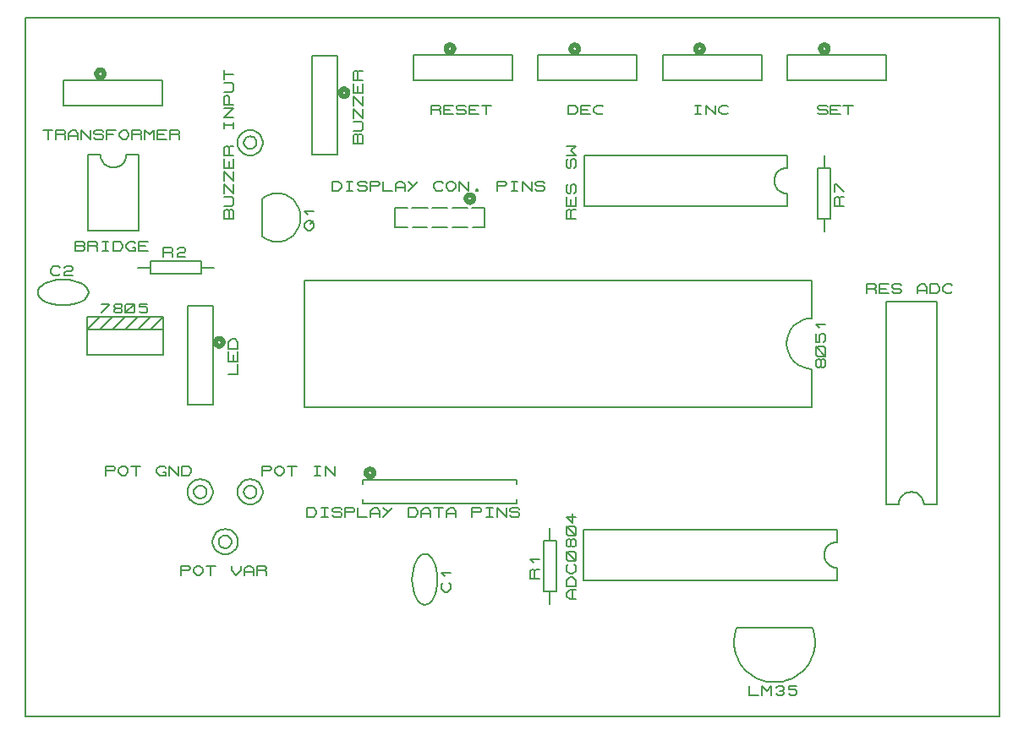
<source format=gbr>
G04 PROTEUS GERBER X2 FILE*
%TF.GenerationSoftware,Labcenter,Proteus,8.12-SP0-Build30713*%
%TF.CreationDate,2021-06-08T09:13:02+00:00*%
%TF.FileFunction,Legend,Top*%
%TF.FilePolarity,Positive*%
%TF.Part,Single*%
%TF.SameCoordinates,{86e273a1-3906-477b-930b-e3e2f8447d5b}*%
%FSLAX45Y45*%
%MOMM*%
G01*
%TA.AperFunction,Material*%
%ADD70C,0.508000*%
%ADD71C,0.152400*%
%ADD20C,0.203200*%
%TA.AperFunction,Profile*%
%ADD19C,0.203200*%
%TD.AperFunction*%
D70*
X-13211900Y+10190500D02*
X-13212031Y+10193658D01*
X-13213097Y+10199976D01*
X-13215328Y+10206294D01*
X-13218973Y+10212612D01*
X-13224548Y+10218851D01*
X-13230866Y+10223447D01*
X-13237184Y+10226380D01*
X-13243502Y+10228042D01*
X-13249820Y+10228600D01*
X-13250000Y+10228600D01*
X-13288100Y+10190500D02*
X-13287969Y+10193658D01*
X-13286903Y+10199976D01*
X-13284672Y+10206294D01*
X-13281027Y+10212612D01*
X-13275452Y+10218851D01*
X-13269134Y+10223447D01*
X-13262816Y+10226380D01*
X-13256498Y+10228042D01*
X-13250180Y+10228600D01*
X-13250000Y+10228600D01*
X-13288100Y+10190500D02*
X-13287969Y+10187342D01*
X-13286903Y+10181024D01*
X-13284672Y+10174706D01*
X-13281027Y+10168388D01*
X-13275452Y+10162149D01*
X-13269134Y+10157553D01*
X-13262816Y+10154620D01*
X-13256498Y+10152958D01*
X-13250180Y+10152400D01*
X-13250000Y+10152400D01*
X-13211900Y+10190500D02*
X-13212031Y+10187342D01*
X-13213097Y+10181024D01*
X-13215328Y+10174706D01*
X-13218973Y+10168388D01*
X-13224548Y+10162149D01*
X-13230866Y+10157553D01*
X-13237184Y+10154620D01*
X-13243502Y+10152958D01*
X-13249820Y+10152400D01*
X-13250000Y+10152400D01*
D71*
X-13618300Y+9873000D02*
X-12627700Y+9873000D01*
X-12627700Y+10127000D01*
X-13618300Y+10127000D01*
X-13618300Y+9873000D01*
D20*
X-13821500Y+9625920D02*
X-13726250Y+9625920D01*
X-13773875Y+9625920D02*
X-13773875Y+9534480D01*
X-13694500Y+9534480D02*
X-13694500Y+9625920D01*
X-13615125Y+9625920D01*
X-13599250Y+9610680D01*
X-13599250Y+9595440D01*
X-13615125Y+9580200D01*
X-13694500Y+9580200D01*
X-13615125Y+9580200D02*
X-13599250Y+9564960D01*
X-13599250Y+9534480D01*
X-13567500Y+9534480D02*
X-13567500Y+9595440D01*
X-13535750Y+9625920D01*
X-13504000Y+9625920D01*
X-13472250Y+9595440D01*
X-13472250Y+9534480D01*
X-13567500Y+9564960D02*
X-13472250Y+9564960D01*
X-13440500Y+9534480D02*
X-13440500Y+9625920D01*
X-13345250Y+9534480D01*
X-13345250Y+9625920D01*
X-13313500Y+9549720D02*
X-13297625Y+9534480D01*
X-13234125Y+9534480D01*
X-13218250Y+9549720D01*
X-13218250Y+9564960D01*
X-13234125Y+9580200D01*
X-13297625Y+9580200D01*
X-13313500Y+9595440D01*
X-13313500Y+9610680D01*
X-13297625Y+9625920D01*
X-13234125Y+9625920D01*
X-13218250Y+9610680D01*
X-13186500Y+9534480D02*
X-13186500Y+9625920D01*
X-13091250Y+9625920D01*
X-13186500Y+9580200D02*
X-13123000Y+9580200D01*
X-13059500Y+9595440D02*
X-13027750Y+9625920D01*
X-12996000Y+9625920D01*
X-12964250Y+9595440D01*
X-12964250Y+9564960D01*
X-12996000Y+9534480D01*
X-13027750Y+9534480D01*
X-13059500Y+9564960D01*
X-13059500Y+9595440D01*
X-12932500Y+9534480D02*
X-12932500Y+9625920D01*
X-12853125Y+9625920D01*
X-12837250Y+9610680D01*
X-12837250Y+9595440D01*
X-12853125Y+9580200D01*
X-12932500Y+9580200D01*
X-12853125Y+9580200D02*
X-12837250Y+9564960D01*
X-12837250Y+9534480D01*
X-12805500Y+9534480D02*
X-12805500Y+9625920D01*
X-12757875Y+9580200D01*
X-12710250Y+9625920D01*
X-12710250Y+9534480D01*
X-12583250Y+9534480D02*
X-12678500Y+9534480D01*
X-12678500Y+9625920D01*
X-12583250Y+9625920D01*
X-12678500Y+9580200D02*
X-12615000Y+9580200D01*
X-12551500Y+9534480D02*
X-12551500Y+9625920D01*
X-12472125Y+9625920D01*
X-12456250Y+9610680D01*
X-12456250Y+9595440D01*
X-12472125Y+9580200D01*
X-12551500Y+9580200D01*
X-12472125Y+9580200D02*
X-12456250Y+9564960D01*
X-12456250Y+9534480D01*
D19*
X-14000000Y+3750000D02*
X-4250000Y+3750000D01*
X-4250000Y+10750000D01*
X-14000000Y+10750000D01*
X-14000000Y+3750000D01*
D20*
X-13373000Y+9377000D02*
X-13246000Y+9377000D01*
X-13119000Y+9250000D02*
X-13093124Y+9252436D01*
X-13069152Y+9259485D01*
X-13047562Y+9270762D01*
X-13028830Y+9285878D01*
X-13013431Y+9304446D01*
X-13001842Y+9326081D01*
X-12994540Y+9350394D01*
X-12992000Y+9377000D01*
X-13119000Y+9250000D02*
X-13145606Y+9252436D01*
X-13169919Y+9259485D01*
X-13191554Y+9270762D01*
X-13210122Y+9285878D01*
X-13225238Y+9304446D01*
X-13236515Y+9326081D01*
X-13243564Y+9350394D01*
X-13246000Y+9377000D01*
X-12992000Y+9377000D02*
X-12865000Y+9377000D01*
X-13373000Y+8615000D02*
X-12865000Y+8615000D01*
X-13373000Y+9377000D02*
X-13373000Y+8615000D01*
X-12865000Y+9377000D02*
X-12865000Y+8615000D01*
X-13500000Y+8417640D02*
X-13500000Y+8509080D01*
X-13420625Y+8509080D01*
X-13404750Y+8493840D01*
X-13404750Y+8478600D01*
X-13420625Y+8463360D01*
X-13404750Y+8448120D01*
X-13404750Y+8432880D01*
X-13420625Y+8417640D01*
X-13500000Y+8417640D01*
X-13500000Y+8463360D02*
X-13420625Y+8463360D01*
X-13373000Y+8417640D02*
X-13373000Y+8509080D01*
X-13293625Y+8509080D01*
X-13277750Y+8493840D01*
X-13277750Y+8478600D01*
X-13293625Y+8463360D01*
X-13373000Y+8463360D01*
X-13293625Y+8463360D02*
X-13277750Y+8448120D01*
X-13277750Y+8417640D01*
X-13230125Y+8509080D02*
X-13166625Y+8509080D01*
X-13198375Y+8509080D02*
X-13198375Y+8417640D01*
X-13230125Y+8417640D02*
X-13166625Y+8417640D01*
X-13119000Y+8417640D02*
X-13119000Y+8509080D01*
X-13055500Y+8509080D01*
X-13023750Y+8478600D01*
X-13023750Y+8448120D01*
X-13055500Y+8417640D01*
X-13119000Y+8417640D01*
X-12928500Y+8448120D02*
X-12896750Y+8448120D01*
X-12896750Y+8417640D01*
X-12960250Y+8417640D01*
X-12992000Y+8448120D01*
X-12992000Y+8478600D01*
X-12960250Y+8509080D01*
X-12912625Y+8509080D01*
X-12896750Y+8493840D01*
X-12769750Y+8417640D02*
X-12865000Y+8417640D01*
X-12865000Y+8509080D01*
X-12769750Y+8509080D01*
X-12865000Y+8463360D02*
X-12801500Y+8463360D01*
X-13877000Y+8000000D02*
X-13871920Y+8025876D01*
X-13857315Y+8049848D01*
X-13834138Y+8071438D01*
X-13803340Y+8090170D01*
X-13765875Y+8105569D01*
X-13722695Y+8117158D01*
X-13674752Y+8124460D01*
X-13623000Y+8127000D01*
X-13369000Y+8000000D02*
X-13374080Y+8025876D01*
X-13388685Y+8049848D01*
X-13411862Y+8071438D01*
X-13442660Y+8090170D01*
X-13480125Y+8105569D01*
X-13523305Y+8117158D01*
X-13571248Y+8124460D01*
X-13623000Y+8127000D01*
X-13877000Y+8000000D02*
X-13871920Y+7974124D01*
X-13857315Y+7950152D01*
X-13834138Y+7928562D01*
X-13803340Y+7909830D01*
X-13765875Y+7894431D01*
X-13722695Y+7882842D01*
X-13674752Y+7875540D01*
X-13623000Y+7873000D01*
X-13369000Y+8000000D02*
X-13374080Y+7974124D01*
X-13388685Y+7950152D01*
X-13411862Y+7928562D01*
X-13442660Y+7909830D01*
X-13480125Y+7894431D01*
X-13523305Y+7882842D01*
X-13571248Y+7875540D01*
X-13623000Y+7873000D01*
X-13654750Y+8182880D02*
X-13670625Y+8167640D01*
X-13718250Y+8167640D01*
X-13750000Y+8198120D01*
X-13750000Y+8228600D01*
X-13718250Y+8259080D01*
X-13670625Y+8259080D01*
X-13654750Y+8243840D01*
X-13607125Y+8243840D02*
X-13591250Y+8259080D01*
X-13543625Y+8259080D01*
X-13527750Y+8243840D01*
X-13527750Y+8228600D01*
X-13543625Y+8213360D01*
X-13591250Y+8213360D01*
X-13607125Y+8198120D01*
X-13607125Y+8167640D01*
X-13527750Y+8167640D01*
X-13381000Y+7373000D02*
X-12619000Y+7373000D01*
X-12619000Y+7627000D01*
X-13381000Y+7627000D01*
X-13381000Y+7373000D01*
X-13381000Y+7627000D02*
X-13381000Y+7754000D01*
X-12619000Y+7754000D01*
X-12619000Y+7627000D01*
X-13381000Y+7627000D02*
X-13254000Y+7754000D01*
X-13254000Y+7627000D02*
X-13127000Y+7754000D01*
X-13127000Y+7627000D02*
X-13000000Y+7754000D01*
X-13000000Y+7627000D02*
X-12873000Y+7754000D01*
X-12873000Y+7627000D02*
X-12746000Y+7754000D01*
X-12746000Y+7627000D02*
X-12619000Y+7754000D01*
X-13238125Y+7886080D02*
X-13158750Y+7886080D01*
X-13158750Y+7870840D01*
X-13238125Y+7794640D01*
X-13095250Y+7840360D02*
X-13111125Y+7855600D01*
X-13111125Y+7870840D01*
X-13095250Y+7886080D01*
X-13047625Y+7886080D01*
X-13031750Y+7870840D01*
X-13031750Y+7855600D01*
X-13047625Y+7840360D01*
X-13095250Y+7840360D01*
X-13111125Y+7825120D01*
X-13111125Y+7809880D01*
X-13095250Y+7794640D01*
X-13047625Y+7794640D01*
X-13031750Y+7809880D01*
X-13031750Y+7825120D01*
X-13047625Y+7840360D01*
X-13000000Y+7809880D02*
X-13000000Y+7870840D01*
X-12984125Y+7886080D01*
X-12920625Y+7886080D01*
X-12904750Y+7870840D01*
X-12904750Y+7809880D01*
X-12920625Y+7794640D01*
X-12984125Y+7794640D01*
X-13000000Y+7809880D01*
X-13000000Y+7794640D02*
X-12904750Y+7886080D01*
X-12777750Y+7886080D02*
X-12857125Y+7886080D01*
X-12857125Y+7855600D01*
X-12793625Y+7855600D01*
X-12777750Y+7840360D01*
X-12777750Y+7809880D01*
X-12793625Y+7794640D01*
X-12841250Y+7794640D01*
X-12857125Y+7809880D01*
X-12873000Y+8250000D02*
X-12746000Y+8250000D01*
X-12746000Y+8186500D02*
X-12238000Y+8186500D01*
X-12238000Y+8313500D01*
X-12746000Y+8313500D01*
X-12746000Y+8186500D01*
X-12238000Y+8250000D02*
X-12111000Y+8250000D01*
X-12619000Y+8354140D02*
X-12619000Y+8445580D01*
X-12539625Y+8445580D01*
X-12523750Y+8430340D01*
X-12523750Y+8415100D01*
X-12539625Y+8399860D01*
X-12619000Y+8399860D01*
X-12539625Y+8399860D02*
X-12523750Y+8384620D01*
X-12523750Y+8354140D01*
X-12476125Y+8430340D02*
X-12460250Y+8445580D01*
X-12412625Y+8445580D01*
X-12396750Y+8430340D01*
X-12396750Y+8415100D01*
X-12412625Y+8399860D01*
X-12460250Y+8399860D01*
X-12476125Y+8384620D01*
X-12476125Y+8354140D01*
X-12396750Y+8354140D01*
D70*
X-12021400Y+7500000D02*
X-12021531Y+7503158D01*
X-12022597Y+7509476D01*
X-12024828Y+7515794D01*
X-12028473Y+7522112D01*
X-12034048Y+7528351D01*
X-12040366Y+7532947D01*
X-12046684Y+7535880D01*
X-12053002Y+7537542D01*
X-12059320Y+7538100D01*
X-12059500Y+7538100D01*
X-12097600Y+7500000D02*
X-12097469Y+7503158D01*
X-12096403Y+7509476D01*
X-12094172Y+7515794D01*
X-12090527Y+7522112D01*
X-12084952Y+7528351D01*
X-12078634Y+7532947D01*
X-12072316Y+7535880D01*
X-12065998Y+7537542D01*
X-12059680Y+7538100D01*
X-12059500Y+7538100D01*
X-12097600Y+7500000D02*
X-12097469Y+7496842D01*
X-12096403Y+7490524D01*
X-12094172Y+7484206D01*
X-12090527Y+7477888D01*
X-12084952Y+7471649D01*
X-12078634Y+7467053D01*
X-12072316Y+7464120D01*
X-12065998Y+7462458D01*
X-12059680Y+7461900D01*
X-12059500Y+7461900D01*
X-12021400Y+7500000D02*
X-12021531Y+7496842D01*
X-12022597Y+7490524D01*
X-12024828Y+7484206D01*
X-12028473Y+7477888D01*
X-12034048Y+7471649D01*
X-12040366Y+7467053D01*
X-12046684Y+7464120D01*
X-12053002Y+7462458D01*
X-12059320Y+7461900D01*
X-12059500Y+7461900D01*
D71*
X-12377000Y+7868300D02*
X-12377000Y+6877700D01*
X-12123000Y+6877700D01*
X-12123000Y+7868300D01*
X-12377000Y+7868300D01*
D20*
X-11965520Y+7182500D02*
X-11874080Y+7182500D01*
X-11874080Y+7277750D01*
X-11874080Y+7404750D02*
X-11874080Y+7309500D01*
X-11965520Y+7309500D01*
X-11965520Y+7404750D01*
X-11919800Y+7309500D02*
X-11919800Y+7373000D01*
X-11874080Y+7436500D02*
X-11965520Y+7436500D01*
X-11965520Y+7500000D01*
X-11935040Y+7531750D01*
X-11904560Y+7531750D01*
X-11874080Y+7500000D01*
X-11874080Y+7436500D01*
X-6377000Y+7488000D02*
X-6371920Y+7436248D01*
X-6357315Y+7388305D01*
X-6334138Y+7345125D01*
X-6303340Y+7307660D01*
X-6265875Y+7276862D01*
X-6222695Y+7253685D01*
X-6174752Y+7239080D01*
X-6123000Y+7234000D01*
X-6377000Y+7488000D02*
X-6371920Y+7540482D01*
X-6357315Y+7588767D01*
X-6334138Y+7631991D01*
X-6303340Y+7669292D01*
X-6265875Y+7699807D01*
X-6222695Y+7722672D01*
X-6174752Y+7737024D01*
X-6123000Y+7742000D01*
X-6123000Y+7234000D02*
X-6123000Y+6853000D01*
X-11203000Y+6853000D02*
X-11203000Y+8123000D01*
X-6123000Y+8123000D02*
X-6123000Y+7742000D01*
X-6123000Y+6853000D02*
X-11203000Y+6853000D01*
X-6123000Y+8123000D02*
X-11203000Y+8123000D01*
X-6036640Y+7265750D02*
X-6051880Y+7249875D01*
X-6067120Y+7249875D01*
X-6082360Y+7265750D01*
X-6082360Y+7313375D01*
X-6067120Y+7329250D01*
X-6051880Y+7329250D01*
X-6036640Y+7313375D01*
X-6036640Y+7265750D01*
X-6021400Y+7249875D01*
X-6006160Y+7249875D01*
X-5990920Y+7265750D01*
X-5990920Y+7313375D01*
X-6006160Y+7329250D01*
X-6021400Y+7329250D01*
X-6036640Y+7313375D01*
X-6006160Y+7361000D02*
X-6067120Y+7361000D01*
X-6082360Y+7376875D01*
X-6082360Y+7440375D01*
X-6067120Y+7456250D01*
X-6006160Y+7456250D01*
X-5990920Y+7440375D01*
X-5990920Y+7376875D01*
X-6006160Y+7361000D01*
X-5990920Y+7361000D02*
X-6082360Y+7456250D01*
X-6082360Y+7583250D02*
X-6082360Y+7503875D01*
X-6051880Y+7503875D01*
X-6051880Y+7567375D01*
X-6036640Y+7583250D01*
X-6006160Y+7583250D01*
X-5990920Y+7567375D01*
X-5990920Y+7519750D01*
X-6006160Y+7503875D01*
X-6051880Y+7646750D02*
X-6082360Y+7678500D01*
X-5990920Y+7678500D01*
X-11627000Y+8940500D02*
X-11627000Y+8559500D01*
X-11500000Y+8991300D02*
X-11523688Y+8989117D01*
X-11546633Y+8983362D01*
X-11587312Y+8965900D01*
X-11627000Y+8940500D01*
X-11500000Y+8991300D02*
X-11448065Y+8990438D01*
X-11400037Y+8979046D01*
X-11356846Y+8958204D01*
X-11319422Y+8928991D01*
X-11288695Y+8892484D01*
X-11265596Y+8849764D01*
X-11251054Y+8801910D01*
X-11246000Y+8750000D01*
X-11500000Y+8508700D02*
X-11523688Y+8510883D01*
X-11546633Y+8516638D01*
X-11587312Y+8534100D01*
X-11627000Y+8559500D01*
X-11500000Y+8508700D02*
X-11448065Y+8509562D01*
X-11400037Y+8520954D01*
X-11356846Y+8541796D01*
X-11319422Y+8571009D01*
X-11288695Y+8607516D01*
X-11265596Y+8650236D01*
X-11251054Y+8698090D01*
X-11246000Y+8750000D01*
X-11174880Y+8623000D02*
X-11205360Y+8654750D01*
X-11205360Y+8686500D01*
X-11174880Y+8718250D01*
X-11144400Y+8718250D01*
X-11113920Y+8686500D01*
X-11113920Y+8654750D01*
X-11144400Y+8623000D01*
X-11174880Y+8623000D01*
X-11144400Y+8686500D02*
X-11113920Y+8718250D01*
X-11174880Y+8781750D02*
X-11205360Y+8813500D01*
X-11113920Y+8813500D01*
D70*
X-10771400Y+10000000D02*
X-10771531Y+10003158D01*
X-10772597Y+10009476D01*
X-10774828Y+10015794D01*
X-10778473Y+10022112D01*
X-10784048Y+10028351D01*
X-10790366Y+10032947D01*
X-10796684Y+10035880D01*
X-10803002Y+10037542D01*
X-10809320Y+10038100D01*
X-10809500Y+10038100D01*
X-10847600Y+10000000D02*
X-10847469Y+10003158D01*
X-10846403Y+10009476D01*
X-10844172Y+10015794D01*
X-10840527Y+10022112D01*
X-10834952Y+10028351D01*
X-10828634Y+10032947D01*
X-10822316Y+10035880D01*
X-10815998Y+10037542D01*
X-10809680Y+10038100D01*
X-10809500Y+10038100D01*
X-10847600Y+10000000D02*
X-10847469Y+9996842D01*
X-10846403Y+9990524D01*
X-10844172Y+9984206D01*
X-10840527Y+9977888D01*
X-10834952Y+9971649D01*
X-10828634Y+9967053D01*
X-10822316Y+9964120D01*
X-10815998Y+9962458D01*
X-10809680Y+9961900D01*
X-10809500Y+9961900D01*
X-10771400Y+10000000D02*
X-10771531Y+9996842D01*
X-10772597Y+9990524D01*
X-10774828Y+9984206D01*
X-10778473Y+9977888D01*
X-10784048Y+9971649D01*
X-10790366Y+9967053D01*
X-10796684Y+9964120D01*
X-10803002Y+9962458D01*
X-10809320Y+9961900D01*
X-10809500Y+9961900D01*
D71*
X-11127000Y+10368300D02*
X-11127000Y+9377700D01*
X-10873000Y+9377700D01*
X-10873000Y+10368300D01*
X-11127000Y+10368300D01*
D20*
X-10624080Y+9492000D02*
X-10715520Y+9492000D01*
X-10715520Y+9571375D01*
X-10700280Y+9587250D01*
X-10685040Y+9587250D01*
X-10669800Y+9571375D01*
X-10654560Y+9587250D01*
X-10639320Y+9587250D01*
X-10624080Y+9571375D01*
X-10624080Y+9492000D01*
X-10669800Y+9492000D02*
X-10669800Y+9571375D01*
X-10715520Y+9619000D02*
X-10639320Y+9619000D01*
X-10624080Y+9634875D01*
X-10624080Y+9698375D01*
X-10639320Y+9714250D01*
X-10715520Y+9714250D01*
X-10715520Y+9746000D02*
X-10715520Y+9841250D01*
X-10624080Y+9746000D01*
X-10624080Y+9841250D01*
X-10715520Y+9873000D02*
X-10715520Y+9968250D01*
X-10624080Y+9873000D01*
X-10624080Y+9968250D01*
X-10624080Y+10095250D02*
X-10624080Y+10000000D01*
X-10715520Y+10000000D01*
X-10715520Y+10095250D01*
X-10669800Y+10000000D02*
X-10669800Y+10063500D01*
X-10624080Y+10127000D02*
X-10715520Y+10127000D01*
X-10715520Y+10206375D01*
X-10700280Y+10222250D01*
X-10685040Y+10222250D01*
X-10669800Y+10206375D01*
X-10669800Y+10127000D01*
X-10669800Y+10206375D02*
X-10654560Y+10222250D01*
X-10624080Y+10222250D01*
X-11623000Y+9500000D02*
X-11623427Y+9510409D01*
X-11626899Y+9531228D01*
X-11634155Y+9552047D01*
X-11645983Y+9572866D01*
X-11664080Y+9593524D01*
X-11684899Y+9609045D01*
X-11705718Y+9619030D01*
X-11726537Y+9624814D01*
X-11747356Y+9626972D01*
X-11750000Y+9627000D01*
X-11877000Y+9500000D02*
X-11876573Y+9510409D01*
X-11873101Y+9531228D01*
X-11865845Y+9552047D01*
X-11854017Y+9572866D01*
X-11835920Y+9593524D01*
X-11815101Y+9609045D01*
X-11794282Y+9619030D01*
X-11773463Y+9624814D01*
X-11752644Y+9626972D01*
X-11750000Y+9627000D01*
X-11877000Y+9500000D02*
X-11876573Y+9489591D01*
X-11873101Y+9468772D01*
X-11865845Y+9447953D01*
X-11854017Y+9427134D01*
X-11835920Y+9406476D01*
X-11815101Y+9390955D01*
X-11794282Y+9380970D01*
X-11773463Y+9375186D01*
X-11752644Y+9373028D01*
X-11750000Y+9373000D01*
X-11623000Y+9500000D02*
X-11623427Y+9489591D01*
X-11626899Y+9468772D01*
X-11634155Y+9447953D01*
X-11645983Y+9427134D01*
X-11664080Y+9406476D01*
X-11684899Y+9390955D01*
X-11705718Y+9380970D01*
X-11726537Y+9375186D01*
X-11747356Y+9373028D01*
X-11750000Y+9373000D01*
X-11686500Y+9500000D02*
X-11686717Y+9505247D01*
X-11688482Y+9515742D01*
X-11692174Y+9526237D01*
X-11698202Y+9536732D01*
X-11707424Y+9547112D01*
X-11717919Y+9554800D01*
X-11728414Y+9559718D01*
X-11738909Y+9562524D01*
X-11749404Y+9563497D01*
X-11750000Y+9563500D01*
X-11813500Y+9500000D02*
X-11813283Y+9505247D01*
X-11811518Y+9515742D01*
X-11807826Y+9526237D01*
X-11801798Y+9536732D01*
X-11792576Y+9547112D01*
X-11782081Y+9554800D01*
X-11771586Y+9559718D01*
X-11761091Y+9562524D01*
X-11750596Y+9563497D01*
X-11750000Y+9563500D01*
X-11813500Y+9500000D02*
X-11813283Y+9494753D01*
X-11811518Y+9484258D01*
X-11807826Y+9473763D01*
X-11801798Y+9463268D01*
X-11792576Y+9452888D01*
X-11782081Y+9445200D01*
X-11771586Y+9440282D01*
X-11761091Y+9437476D01*
X-11750596Y+9436503D01*
X-11750000Y+9436500D01*
X-11686500Y+9500000D02*
X-11686717Y+9494753D01*
X-11688482Y+9484258D01*
X-11692174Y+9473763D01*
X-11698202Y+9463268D01*
X-11707424Y+9452888D01*
X-11717919Y+9445200D01*
X-11728414Y+9440282D01*
X-11738909Y+9437476D01*
X-11749404Y+9436503D01*
X-11750000Y+9436500D01*
X-11917640Y+8738000D02*
X-12009080Y+8738000D01*
X-12009080Y+8817375D01*
X-11993840Y+8833250D01*
X-11978600Y+8833250D01*
X-11963360Y+8817375D01*
X-11948120Y+8833250D01*
X-11932880Y+8833250D01*
X-11917640Y+8817375D01*
X-11917640Y+8738000D01*
X-11963360Y+8738000D02*
X-11963360Y+8817375D01*
X-12009080Y+8865000D02*
X-11932880Y+8865000D01*
X-11917640Y+8880875D01*
X-11917640Y+8944375D01*
X-11932880Y+8960250D01*
X-12009080Y+8960250D01*
X-12009080Y+8992000D02*
X-12009080Y+9087250D01*
X-11917640Y+8992000D01*
X-11917640Y+9087250D01*
X-12009080Y+9119000D02*
X-12009080Y+9214250D01*
X-11917640Y+9119000D01*
X-11917640Y+9214250D01*
X-11917640Y+9341250D02*
X-11917640Y+9246000D01*
X-12009080Y+9246000D01*
X-12009080Y+9341250D01*
X-11963360Y+9246000D02*
X-11963360Y+9309500D01*
X-11917640Y+9373000D02*
X-12009080Y+9373000D01*
X-12009080Y+9452375D01*
X-11993840Y+9468250D01*
X-11978600Y+9468250D01*
X-11963360Y+9452375D01*
X-11963360Y+9373000D01*
X-11963360Y+9452375D02*
X-11948120Y+9468250D01*
X-11917640Y+9468250D01*
X-12009080Y+9642875D02*
X-12009080Y+9706375D01*
X-12009080Y+9674625D02*
X-11917640Y+9674625D01*
X-11917640Y+9642875D02*
X-11917640Y+9706375D01*
X-11917640Y+9754000D02*
X-12009080Y+9754000D01*
X-11917640Y+9849250D01*
X-12009080Y+9849250D01*
X-11917640Y+9881000D02*
X-12009080Y+9881000D01*
X-12009080Y+9960375D01*
X-11993840Y+9976250D01*
X-11978600Y+9976250D01*
X-11963360Y+9960375D01*
X-11963360Y+9881000D01*
X-12009080Y+10008000D02*
X-11932880Y+10008000D01*
X-11917640Y+10023875D01*
X-11917640Y+10087375D01*
X-11932880Y+10103250D01*
X-12009080Y+10103250D01*
X-12009080Y+10135000D02*
X-12009080Y+10230250D01*
X-12009080Y+10182625D02*
X-11917640Y+10182625D01*
X-5873000Y+5623000D02*
X-5873000Y+5496000D01*
X-6000000Y+5369000D02*
X-5997564Y+5343124D01*
X-5990515Y+5319152D01*
X-5979238Y+5297562D01*
X-5964122Y+5278830D01*
X-5945554Y+5263431D01*
X-5923919Y+5251842D01*
X-5899606Y+5244540D01*
X-5873000Y+5242000D01*
X-6000000Y+5369000D02*
X-5997564Y+5395606D01*
X-5990515Y+5419919D01*
X-5979238Y+5441554D01*
X-5964122Y+5460122D01*
X-5945554Y+5475238D01*
X-5923919Y+5486515D01*
X-5899606Y+5493564D01*
X-5873000Y+5496000D01*
X-5873000Y+5242000D02*
X-5873000Y+5115000D01*
X-8413000Y+5623000D02*
X-8413000Y+5115000D01*
X-5873000Y+5623000D02*
X-8413000Y+5623000D01*
X-5873000Y+5115000D02*
X-8413000Y+5115000D01*
X-8490920Y+4924500D02*
X-8551880Y+4924500D01*
X-8582360Y+4956250D01*
X-8582360Y+4988000D01*
X-8551880Y+5019750D01*
X-8490920Y+5019750D01*
X-8521400Y+4924500D02*
X-8521400Y+5019750D01*
X-8490920Y+5051500D02*
X-8582360Y+5051500D01*
X-8582360Y+5115000D01*
X-8551880Y+5146750D01*
X-8521400Y+5146750D01*
X-8490920Y+5115000D01*
X-8490920Y+5051500D01*
X-8506160Y+5273750D02*
X-8490920Y+5257875D01*
X-8490920Y+5210250D01*
X-8521400Y+5178500D01*
X-8551880Y+5178500D01*
X-8582360Y+5210250D01*
X-8582360Y+5257875D01*
X-8567120Y+5273750D01*
X-8506160Y+5305500D02*
X-8567120Y+5305500D01*
X-8582360Y+5321375D01*
X-8582360Y+5384875D01*
X-8567120Y+5400750D01*
X-8506160Y+5400750D01*
X-8490920Y+5384875D01*
X-8490920Y+5321375D01*
X-8506160Y+5305500D01*
X-8490920Y+5305500D02*
X-8582360Y+5400750D01*
X-8536640Y+5464250D02*
X-8551880Y+5448375D01*
X-8567120Y+5448375D01*
X-8582360Y+5464250D01*
X-8582360Y+5511875D01*
X-8567120Y+5527750D01*
X-8551880Y+5527750D01*
X-8536640Y+5511875D01*
X-8536640Y+5464250D01*
X-8521400Y+5448375D01*
X-8506160Y+5448375D01*
X-8490920Y+5464250D01*
X-8490920Y+5511875D01*
X-8506160Y+5527750D01*
X-8521400Y+5527750D01*
X-8536640Y+5511875D01*
X-8506160Y+5559500D02*
X-8567120Y+5559500D01*
X-8582360Y+5575375D01*
X-8582360Y+5638875D01*
X-8567120Y+5654750D01*
X-8506160Y+5654750D01*
X-8490920Y+5638875D01*
X-8490920Y+5575375D01*
X-8506160Y+5559500D01*
X-8490920Y+5559500D02*
X-8582360Y+5654750D01*
X-8521400Y+5781750D02*
X-8521400Y+5686500D01*
X-8582360Y+5750000D01*
X-8490920Y+5750000D01*
X-4877000Y+5873000D02*
X-5004000Y+5873000D01*
X-5131000Y+6000000D02*
X-5156876Y+5997564D01*
X-5180848Y+5990515D01*
X-5202438Y+5979238D01*
X-5221170Y+5964122D01*
X-5236569Y+5945554D01*
X-5248158Y+5923919D01*
X-5255460Y+5899606D01*
X-5258000Y+5873000D01*
X-5131000Y+6000000D02*
X-5104394Y+5997564D01*
X-5080081Y+5990515D01*
X-5058446Y+5979238D01*
X-5039878Y+5964122D01*
X-5024762Y+5945554D01*
X-5013485Y+5923919D01*
X-5006436Y+5899606D01*
X-5004000Y+5873000D01*
X-5258000Y+5873000D02*
X-5385000Y+5873000D01*
X-4877000Y+7905000D02*
X-5385000Y+7905000D01*
X-4877000Y+5873000D02*
X-4877000Y+7905000D01*
X-5385000Y+7905000D02*
X-5385000Y+5873000D01*
X-5575500Y+7990920D02*
X-5575500Y+8082360D01*
X-5496125Y+8082360D01*
X-5480250Y+8067120D01*
X-5480250Y+8051880D01*
X-5496125Y+8036640D01*
X-5575500Y+8036640D01*
X-5496125Y+8036640D02*
X-5480250Y+8021400D01*
X-5480250Y+7990920D01*
X-5353250Y+7990920D02*
X-5448500Y+7990920D01*
X-5448500Y+8082360D01*
X-5353250Y+8082360D01*
X-5448500Y+8036640D02*
X-5385000Y+8036640D01*
X-5321500Y+8006160D02*
X-5305625Y+7990920D01*
X-5242125Y+7990920D01*
X-5226250Y+8006160D01*
X-5226250Y+8021400D01*
X-5242125Y+8036640D01*
X-5305625Y+8036640D01*
X-5321500Y+8051880D01*
X-5321500Y+8067120D01*
X-5305625Y+8082360D01*
X-5242125Y+8082360D01*
X-5226250Y+8067120D01*
X-5067500Y+7990920D02*
X-5067500Y+8051880D01*
X-5035750Y+8082360D01*
X-5004000Y+8082360D01*
X-4972250Y+8051880D01*
X-4972250Y+7990920D01*
X-5067500Y+8021400D02*
X-4972250Y+8021400D01*
X-4940500Y+7990920D02*
X-4940500Y+8082360D01*
X-4877000Y+8082360D01*
X-4845250Y+8051880D01*
X-4845250Y+8021400D01*
X-4877000Y+7990920D01*
X-4940500Y+7990920D01*
X-4718250Y+8006160D02*
X-4734125Y+7990920D01*
X-4781750Y+7990920D01*
X-4813500Y+8021400D01*
X-4813500Y+8051880D01*
X-4781750Y+8082360D01*
X-4734125Y+8082360D01*
X-4718250Y+8067120D01*
X-6373000Y+9373000D02*
X-6373000Y+9246000D01*
X-6500000Y+9119000D02*
X-6497564Y+9093124D01*
X-6490515Y+9069152D01*
X-6479238Y+9047562D01*
X-6464122Y+9028830D01*
X-6445554Y+9013431D01*
X-6423919Y+9001842D01*
X-6399606Y+8994540D01*
X-6373000Y+8992000D01*
X-6500000Y+9119000D02*
X-6497564Y+9145606D01*
X-6490515Y+9169919D01*
X-6479238Y+9191554D01*
X-6464122Y+9210122D01*
X-6445554Y+9225238D01*
X-6423919Y+9236515D01*
X-6399606Y+9243564D01*
X-6373000Y+9246000D01*
X-6373000Y+8992000D02*
X-6373000Y+8865000D01*
X-8405000Y+9373000D02*
X-8405000Y+8865000D01*
X-6373000Y+9373000D02*
X-8405000Y+9373000D01*
X-8405000Y+8865000D02*
X-6373000Y+8865000D01*
X-8490920Y+8738000D02*
X-8582360Y+8738000D01*
X-8582360Y+8817375D01*
X-8567120Y+8833250D01*
X-8551880Y+8833250D01*
X-8536640Y+8817375D01*
X-8536640Y+8738000D01*
X-8536640Y+8817375D02*
X-8521400Y+8833250D01*
X-8490920Y+8833250D01*
X-8490920Y+8960250D02*
X-8490920Y+8865000D01*
X-8582360Y+8865000D01*
X-8582360Y+8960250D01*
X-8536640Y+8865000D02*
X-8536640Y+8928500D01*
X-8506160Y+8992000D02*
X-8490920Y+9007875D01*
X-8490920Y+9071375D01*
X-8506160Y+9087250D01*
X-8521400Y+9087250D01*
X-8536640Y+9071375D01*
X-8536640Y+9007875D01*
X-8551880Y+8992000D01*
X-8567120Y+8992000D01*
X-8582360Y+9007875D01*
X-8582360Y+9071375D01*
X-8567120Y+9087250D01*
X-8506160Y+9246000D02*
X-8490920Y+9261875D01*
X-8490920Y+9325375D01*
X-8506160Y+9341250D01*
X-8521400Y+9341250D01*
X-8536640Y+9325375D01*
X-8536640Y+9261875D01*
X-8551880Y+9246000D01*
X-8567120Y+9246000D01*
X-8582360Y+9261875D01*
X-8582360Y+9325375D01*
X-8567120Y+9341250D01*
X-8582360Y+9373000D02*
X-8490920Y+9373000D01*
X-8536640Y+9420625D01*
X-8490920Y+9468250D01*
X-8582360Y+9468250D01*
D70*
X-5961900Y+10440500D02*
X-5962031Y+10443658D01*
X-5963097Y+10449976D01*
X-5965328Y+10456294D01*
X-5968973Y+10462612D01*
X-5974548Y+10468851D01*
X-5980866Y+10473447D01*
X-5987184Y+10476380D01*
X-5993502Y+10478042D01*
X-5999820Y+10478600D01*
X-6000000Y+10478600D01*
X-6038100Y+10440500D02*
X-6037969Y+10443658D01*
X-6036903Y+10449976D01*
X-6034672Y+10456294D01*
X-6031027Y+10462612D01*
X-6025452Y+10468851D01*
X-6019134Y+10473447D01*
X-6012816Y+10476380D01*
X-6006498Y+10478042D01*
X-6000180Y+10478600D01*
X-6000000Y+10478600D01*
X-6038100Y+10440500D02*
X-6037969Y+10437342D01*
X-6036903Y+10431024D01*
X-6034672Y+10424706D01*
X-6031027Y+10418388D01*
X-6025452Y+10412149D01*
X-6019134Y+10407553D01*
X-6012816Y+10404620D01*
X-6006498Y+10402958D01*
X-6000180Y+10402400D01*
X-6000000Y+10402400D01*
X-5961900Y+10440500D02*
X-5962031Y+10437342D01*
X-5963097Y+10431024D01*
X-5965328Y+10424706D01*
X-5968973Y+10418388D01*
X-5974548Y+10412149D01*
X-5980866Y+10407553D01*
X-5987184Y+10404620D01*
X-5993502Y+10402958D01*
X-5999820Y+10402400D01*
X-6000000Y+10402400D01*
D71*
X-6368300Y+10123000D02*
X-5377700Y+10123000D01*
X-5377700Y+10377000D01*
X-6368300Y+10377000D01*
X-6368300Y+10123000D01*
D20*
X-6063500Y+9799720D02*
X-6047625Y+9784480D01*
X-5984125Y+9784480D01*
X-5968250Y+9799720D01*
X-5968250Y+9814960D01*
X-5984125Y+9830200D01*
X-6047625Y+9830200D01*
X-6063500Y+9845440D01*
X-6063500Y+9860680D01*
X-6047625Y+9875920D01*
X-5984125Y+9875920D01*
X-5968250Y+9860680D01*
X-5841250Y+9784480D02*
X-5936500Y+9784480D01*
X-5936500Y+9875920D01*
X-5841250Y+9875920D01*
X-5936500Y+9830200D02*
X-5873000Y+9830200D01*
X-5809500Y+9875920D02*
X-5714250Y+9875920D01*
X-5761875Y+9875920D02*
X-5761875Y+9784480D01*
D70*
X-7211900Y+10440500D02*
X-7212031Y+10443658D01*
X-7213097Y+10449976D01*
X-7215328Y+10456294D01*
X-7218973Y+10462612D01*
X-7224548Y+10468851D01*
X-7230866Y+10473447D01*
X-7237184Y+10476380D01*
X-7243502Y+10478042D01*
X-7249820Y+10478600D01*
X-7250000Y+10478600D01*
X-7288100Y+10440500D02*
X-7287969Y+10443658D01*
X-7286903Y+10449976D01*
X-7284672Y+10456294D01*
X-7281027Y+10462612D01*
X-7275452Y+10468851D01*
X-7269134Y+10473447D01*
X-7262816Y+10476380D01*
X-7256498Y+10478042D01*
X-7250180Y+10478600D01*
X-7250000Y+10478600D01*
X-7288100Y+10440500D02*
X-7287969Y+10437342D01*
X-7286903Y+10431024D01*
X-7284672Y+10424706D01*
X-7281027Y+10418388D01*
X-7275452Y+10412149D01*
X-7269134Y+10407553D01*
X-7262816Y+10404620D01*
X-7256498Y+10402958D01*
X-7250180Y+10402400D01*
X-7250000Y+10402400D01*
X-7211900Y+10440500D02*
X-7212031Y+10437342D01*
X-7213097Y+10431024D01*
X-7215328Y+10424706D01*
X-7218973Y+10418388D01*
X-7224548Y+10412149D01*
X-7230866Y+10407553D01*
X-7237184Y+10404620D01*
X-7243502Y+10402958D01*
X-7249820Y+10402400D01*
X-7250000Y+10402400D01*
D71*
X-7618300Y+10123000D02*
X-6627700Y+10123000D01*
X-6627700Y+10377000D01*
X-7618300Y+10377000D01*
X-7618300Y+10123000D01*
D20*
X-7297625Y+9875920D02*
X-7234125Y+9875920D01*
X-7265875Y+9875920D02*
X-7265875Y+9784480D01*
X-7297625Y+9784480D02*
X-7234125Y+9784480D01*
X-7186500Y+9784480D02*
X-7186500Y+9875920D01*
X-7091250Y+9784480D01*
X-7091250Y+9875920D01*
X-6964250Y+9799720D02*
X-6980125Y+9784480D01*
X-7027750Y+9784480D01*
X-7059500Y+9814960D01*
X-7059500Y+9845440D01*
X-7027750Y+9875920D01*
X-6980125Y+9875920D01*
X-6964250Y+9860680D01*
D70*
X-8461900Y+10440500D02*
X-8462031Y+10443658D01*
X-8463097Y+10449976D01*
X-8465328Y+10456294D01*
X-8468973Y+10462612D01*
X-8474548Y+10468851D01*
X-8480866Y+10473447D01*
X-8487184Y+10476380D01*
X-8493502Y+10478042D01*
X-8499820Y+10478600D01*
X-8500000Y+10478600D01*
X-8538100Y+10440500D02*
X-8537969Y+10443658D01*
X-8536903Y+10449976D01*
X-8534672Y+10456294D01*
X-8531027Y+10462612D01*
X-8525452Y+10468851D01*
X-8519134Y+10473447D01*
X-8512816Y+10476380D01*
X-8506498Y+10478042D01*
X-8500180Y+10478600D01*
X-8500000Y+10478600D01*
X-8538100Y+10440500D02*
X-8537969Y+10437342D01*
X-8536903Y+10431024D01*
X-8534672Y+10424706D01*
X-8531027Y+10418388D01*
X-8525452Y+10412149D01*
X-8519134Y+10407553D01*
X-8512816Y+10404620D01*
X-8506498Y+10402958D01*
X-8500180Y+10402400D01*
X-8500000Y+10402400D01*
X-8461900Y+10440500D02*
X-8462031Y+10437342D01*
X-8463097Y+10431024D01*
X-8465328Y+10424706D01*
X-8468973Y+10418388D01*
X-8474548Y+10412149D01*
X-8480866Y+10407553D01*
X-8487184Y+10404620D01*
X-8493502Y+10402958D01*
X-8499820Y+10402400D01*
X-8500000Y+10402400D01*
D71*
X-8868300Y+10123000D02*
X-7877700Y+10123000D01*
X-7877700Y+10377000D01*
X-8868300Y+10377000D01*
X-8868300Y+10123000D01*
D20*
X-8563500Y+9784480D02*
X-8563500Y+9875920D01*
X-8500000Y+9875920D01*
X-8468250Y+9845440D01*
X-8468250Y+9814960D01*
X-8500000Y+9784480D01*
X-8563500Y+9784480D01*
X-8341250Y+9784480D02*
X-8436500Y+9784480D01*
X-8436500Y+9875920D01*
X-8341250Y+9875920D01*
X-8436500Y+9830200D02*
X-8373000Y+9830200D01*
X-8214250Y+9799720D02*
X-8230125Y+9784480D01*
X-8277750Y+9784480D01*
X-8309500Y+9814960D01*
X-8309500Y+9845440D01*
X-8277750Y+9875920D01*
X-8230125Y+9875920D01*
X-8214250Y+9860680D01*
D70*
X-9711900Y+10440500D02*
X-9712031Y+10443658D01*
X-9713097Y+10449976D01*
X-9715328Y+10456294D01*
X-9718973Y+10462612D01*
X-9724548Y+10468851D01*
X-9730866Y+10473447D01*
X-9737184Y+10476380D01*
X-9743502Y+10478042D01*
X-9749820Y+10478600D01*
X-9750000Y+10478600D01*
X-9788100Y+10440500D02*
X-9787969Y+10443658D01*
X-9786903Y+10449976D01*
X-9784672Y+10456294D01*
X-9781027Y+10462612D01*
X-9775452Y+10468851D01*
X-9769134Y+10473447D01*
X-9762816Y+10476380D01*
X-9756498Y+10478042D01*
X-9750180Y+10478600D01*
X-9750000Y+10478600D01*
X-9788100Y+10440500D02*
X-9787969Y+10437342D01*
X-9786903Y+10431024D01*
X-9784672Y+10424706D01*
X-9781027Y+10418388D01*
X-9775452Y+10412149D01*
X-9769134Y+10407553D01*
X-9762816Y+10404620D01*
X-9756498Y+10402958D01*
X-9750180Y+10402400D01*
X-9750000Y+10402400D01*
X-9711900Y+10440500D02*
X-9712031Y+10437342D01*
X-9713097Y+10431024D01*
X-9715328Y+10424706D01*
X-9718973Y+10418388D01*
X-9724548Y+10412149D01*
X-9730866Y+10407553D01*
X-9737184Y+10404620D01*
X-9743502Y+10402958D01*
X-9749820Y+10402400D01*
X-9750000Y+10402400D01*
D71*
X-10118300Y+10123000D02*
X-9127700Y+10123000D01*
X-9127700Y+10377000D01*
X-10118300Y+10377000D01*
X-10118300Y+10123000D01*
D20*
X-9940500Y+9784480D02*
X-9940500Y+9875920D01*
X-9861125Y+9875920D01*
X-9845250Y+9860680D01*
X-9845250Y+9845440D01*
X-9861125Y+9830200D01*
X-9940500Y+9830200D01*
X-9861125Y+9830200D02*
X-9845250Y+9814960D01*
X-9845250Y+9784480D01*
X-9718250Y+9784480D02*
X-9813500Y+9784480D01*
X-9813500Y+9875920D01*
X-9718250Y+9875920D01*
X-9813500Y+9830200D02*
X-9750000Y+9830200D01*
X-9686500Y+9799720D02*
X-9670625Y+9784480D01*
X-9607125Y+9784480D01*
X-9591250Y+9799720D01*
X-9591250Y+9814960D01*
X-9607125Y+9830200D01*
X-9670625Y+9830200D01*
X-9686500Y+9845440D01*
X-9686500Y+9860680D01*
X-9670625Y+9875920D01*
X-9607125Y+9875920D01*
X-9591250Y+9860680D01*
X-9464250Y+9784480D02*
X-9559500Y+9784480D01*
X-9559500Y+9875920D01*
X-9464250Y+9875920D01*
X-9559500Y+9830200D02*
X-9496000Y+9830200D01*
X-9432500Y+9875920D02*
X-9337250Y+9875920D01*
X-9384875Y+9875920D02*
X-9384875Y+9784480D01*
X-8750000Y+4877000D02*
X-8750000Y+5004000D01*
X-8813500Y+5004000D02*
X-8686500Y+5004000D01*
X-8686500Y+5512000D01*
X-8813500Y+5512000D01*
X-8813500Y+5004000D01*
X-8750000Y+5512000D02*
X-8750000Y+5639000D01*
X-8854140Y+5131000D02*
X-8945580Y+5131000D01*
X-8945580Y+5210375D01*
X-8930340Y+5226250D01*
X-8915100Y+5226250D01*
X-8899860Y+5210375D01*
X-8899860Y+5131000D01*
X-8899860Y+5210375D02*
X-8884620Y+5226250D01*
X-8854140Y+5226250D01*
X-8915100Y+5289750D02*
X-8945580Y+5321500D01*
X-8854140Y+5321500D01*
X-10000000Y+5377000D02*
X-9974124Y+5371920D01*
X-9950152Y+5357315D01*
X-9928562Y+5334138D01*
X-9909830Y+5303340D01*
X-9894431Y+5265875D01*
X-9882842Y+5222695D01*
X-9875540Y+5174752D01*
X-9873000Y+5123000D01*
X-10000000Y+4869000D02*
X-9974124Y+4874080D01*
X-9950152Y+4888685D01*
X-9928562Y+4911862D01*
X-9909830Y+4942660D01*
X-9894431Y+4980125D01*
X-9882842Y+5023305D01*
X-9875540Y+5071248D01*
X-9873000Y+5123000D01*
X-10000000Y+5377000D02*
X-10025876Y+5371920D01*
X-10049848Y+5357315D01*
X-10071438Y+5334138D01*
X-10090170Y+5303340D01*
X-10105569Y+5265875D01*
X-10117158Y+5222695D01*
X-10124460Y+5174752D01*
X-10127000Y+5123000D01*
X-10000000Y+4869000D02*
X-10025876Y+4874080D01*
X-10049848Y+4888685D01*
X-10071438Y+4911862D01*
X-10090170Y+4942660D01*
X-10105569Y+4980125D01*
X-10117158Y+5023305D01*
X-10124460Y+5071248D01*
X-10127000Y+5123000D01*
X-9756160Y+5091250D02*
X-9740920Y+5075375D01*
X-9740920Y+5027750D01*
X-9771400Y+4996000D01*
X-9801880Y+4996000D01*
X-9832360Y+5027750D01*
X-9832360Y+5075375D01*
X-9817120Y+5091250D01*
X-9801880Y+5154750D02*
X-9832360Y+5186500D01*
X-9740920Y+5186500D01*
X-12123000Y+6000000D02*
X-12123427Y+6010409D01*
X-12126899Y+6031228D01*
X-12134155Y+6052047D01*
X-12145983Y+6072866D01*
X-12164080Y+6093524D01*
X-12184899Y+6109045D01*
X-12205718Y+6119030D01*
X-12226537Y+6124814D01*
X-12247356Y+6126972D01*
X-12250000Y+6127000D01*
X-12377000Y+6000000D02*
X-12376573Y+6010409D01*
X-12373101Y+6031228D01*
X-12365845Y+6052047D01*
X-12354017Y+6072866D01*
X-12335920Y+6093524D01*
X-12315101Y+6109045D01*
X-12294282Y+6119030D01*
X-12273463Y+6124814D01*
X-12252644Y+6126972D01*
X-12250000Y+6127000D01*
X-12377000Y+6000000D02*
X-12376573Y+5989591D01*
X-12373101Y+5968772D01*
X-12365845Y+5947953D01*
X-12354017Y+5927134D01*
X-12335920Y+5906476D01*
X-12315101Y+5890955D01*
X-12294282Y+5880970D01*
X-12273463Y+5875186D01*
X-12252644Y+5873028D01*
X-12250000Y+5873000D01*
X-12123000Y+6000000D02*
X-12123427Y+5989591D01*
X-12126899Y+5968772D01*
X-12134155Y+5947953D01*
X-12145983Y+5927134D01*
X-12164080Y+5906476D01*
X-12184899Y+5890955D01*
X-12205718Y+5880970D01*
X-12226537Y+5875186D01*
X-12247356Y+5873028D01*
X-12250000Y+5873000D01*
X-12186500Y+6000000D02*
X-12186717Y+6005247D01*
X-12188482Y+6015742D01*
X-12192174Y+6026237D01*
X-12198202Y+6036732D01*
X-12207424Y+6047112D01*
X-12217919Y+6054800D01*
X-12228414Y+6059718D01*
X-12238909Y+6062524D01*
X-12249404Y+6063497D01*
X-12250000Y+6063500D01*
X-12313500Y+6000000D02*
X-12313283Y+6005247D01*
X-12311518Y+6015742D01*
X-12307826Y+6026237D01*
X-12301798Y+6036732D01*
X-12292576Y+6047112D01*
X-12282081Y+6054800D01*
X-12271586Y+6059718D01*
X-12261091Y+6062524D01*
X-12250596Y+6063497D01*
X-12250000Y+6063500D01*
X-12313500Y+6000000D02*
X-12313283Y+5994753D01*
X-12311518Y+5984258D01*
X-12307826Y+5973763D01*
X-12301798Y+5963268D01*
X-12292576Y+5952888D01*
X-12282081Y+5945200D01*
X-12271586Y+5940282D01*
X-12261091Y+5937476D01*
X-12250596Y+5936503D01*
X-12250000Y+5936500D01*
X-12186500Y+6000000D02*
X-12186717Y+5994753D01*
X-12188482Y+5984258D01*
X-12192174Y+5973763D01*
X-12198202Y+5963268D01*
X-12207424Y+5952888D01*
X-12217919Y+5945200D01*
X-12228414Y+5940282D01*
X-12238909Y+5937476D01*
X-12249404Y+5936503D01*
X-12250000Y+5936500D01*
X-13194500Y+6167640D02*
X-13194500Y+6259080D01*
X-13115125Y+6259080D01*
X-13099250Y+6243840D01*
X-13099250Y+6228600D01*
X-13115125Y+6213360D01*
X-13194500Y+6213360D01*
X-13067500Y+6228600D02*
X-13035750Y+6259080D01*
X-13004000Y+6259080D01*
X-12972250Y+6228600D01*
X-12972250Y+6198120D01*
X-13004000Y+6167640D01*
X-13035750Y+6167640D01*
X-13067500Y+6198120D01*
X-13067500Y+6228600D01*
X-12940500Y+6259080D02*
X-12845250Y+6259080D01*
X-12892875Y+6259080D02*
X-12892875Y+6167640D01*
X-12623000Y+6198120D02*
X-12591250Y+6198120D01*
X-12591250Y+6167640D01*
X-12654750Y+6167640D01*
X-12686500Y+6198120D01*
X-12686500Y+6228600D01*
X-12654750Y+6259080D01*
X-12607125Y+6259080D01*
X-12591250Y+6243840D01*
X-12559500Y+6167640D02*
X-12559500Y+6259080D01*
X-12464250Y+6167640D01*
X-12464250Y+6259080D01*
X-12432500Y+6167640D02*
X-12432500Y+6259080D01*
X-12369000Y+6259080D01*
X-12337250Y+6228600D01*
X-12337250Y+6198120D01*
X-12369000Y+6167640D01*
X-12432500Y+6167640D01*
X-11873000Y+5500000D02*
X-11873427Y+5510409D01*
X-11876899Y+5531228D01*
X-11884155Y+5552047D01*
X-11895983Y+5572866D01*
X-11914080Y+5593524D01*
X-11934899Y+5609045D01*
X-11955718Y+5619030D01*
X-11976537Y+5624814D01*
X-11997356Y+5626972D01*
X-12000000Y+5627000D01*
X-12127000Y+5500000D02*
X-12126573Y+5510409D01*
X-12123101Y+5531228D01*
X-12115845Y+5552047D01*
X-12104017Y+5572866D01*
X-12085920Y+5593524D01*
X-12065101Y+5609045D01*
X-12044282Y+5619030D01*
X-12023463Y+5624814D01*
X-12002644Y+5626972D01*
X-12000000Y+5627000D01*
X-12127000Y+5500000D02*
X-12126573Y+5489591D01*
X-12123101Y+5468772D01*
X-12115845Y+5447953D01*
X-12104017Y+5427134D01*
X-12085920Y+5406476D01*
X-12065101Y+5390955D01*
X-12044282Y+5380970D01*
X-12023463Y+5375186D01*
X-12002644Y+5373028D01*
X-12000000Y+5373000D01*
X-11873000Y+5500000D02*
X-11873427Y+5489591D01*
X-11876899Y+5468772D01*
X-11884155Y+5447953D01*
X-11895983Y+5427134D01*
X-11914080Y+5406476D01*
X-11934899Y+5390955D01*
X-11955718Y+5380970D01*
X-11976537Y+5375186D01*
X-11997356Y+5373028D01*
X-12000000Y+5373000D01*
X-11936500Y+5500000D02*
X-11936717Y+5505247D01*
X-11938482Y+5515742D01*
X-11942174Y+5526237D01*
X-11948202Y+5536732D01*
X-11957424Y+5547112D01*
X-11967919Y+5554800D01*
X-11978414Y+5559718D01*
X-11988909Y+5562524D01*
X-11999404Y+5563497D01*
X-12000000Y+5563500D01*
X-12063500Y+5500000D02*
X-12063283Y+5505247D01*
X-12061518Y+5515742D01*
X-12057826Y+5526237D01*
X-12051798Y+5536732D01*
X-12042576Y+5547112D01*
X-12032081Y+5554800D01*
X-12021586Y+5559718D01*
X-12011091Y+5562524D01*
X-12000596Y+5563497D01*
X-12000000Y+5563500D01*
X-12063500Y+5500000D02*
X-12063283Y+5494753D01*
X-12061518Y+5484258D01*
X-12057826Y+5473763D01*
X-12051798Y+5463268D01*
X-12042576Y+5452888D01*
X-12032081Y+5445200D01*
X-12021586Y+5440282D01*
X-12011091Y+5437476D01*
X-12000596Y+5436503D01*
X-12000000Y+5436500D01*
X-11936500Y+5500000D02*
X-11936717Y+5494753D01*
X-11938482Y+5484258D01*
X-11942174Y+5473763D01*
X-11948202Y+5463268D01*
X-11957424Y+5452888D01*
X-11967919Y+5445200D01*
X-11978414Y+5440282D01*
X-11988909Y+5437476D01*
X-11999404Y+5436503D01*
X-12000000Y+5436500D01*
X-12444500Y+5167640D02*
X-12444500Y+5259080D01*
X-12365125Y+5259080D01*
X-12349250Y+5243840D01*
X-12349250Y+5228600D01*
X-12365125Y+5213360D01*
X-12444500Y+5213360D01*
X-12317500Y+5228600D02*
X-12285750Y+5259080D01*
X-12254000Y+5259080D01*
X-12222250Y+5228600D01*
X-12222250Y+5198120D01*
X-12254000Y+5167640D01*
X-12285750Y+5167640D01*
X-12317500Y+5198120D01*
X-12317500Y+5228600D01*
X-12190500Y+5259080D02*
X-12095250Y+5259080D01*
X-12142875Y+5259080D02*
X-12142875Y+5167640D01*
X-11936500Y+5259080D02*
X-11936500Y+5213360D01*
X-11888875Y+5167640D01*
X-11841250Y+5213360D01*
X-11841250Y+5259080D01*
X-11809500Y+5167640D02*
X-11809500Y+5228600D01*
X-11777750Y+5259080D01*
X-11746000Y+5259080D01*
X-11714250Y+5228600D01*
X-11714250Y+5167640D01*
X-11809500Y+5198120D02*
X-11714250Y+5198120D01*
X-11682500Y+5167640D02*
X-11682500Y+5259080D01*
X-11603125Y+5259080D01*
X-11587250Y+5243840D01*
X-11587250Y+5228600D01*
X-11603125Y+5213360D01*
X-11682500Y+5213360D01*
X-11603125Y+5213360D02*
X-11587250Y+5198120D01*
X-11587250Y+5167640D01*
X-11623000Y+6000000D02*
X-11623427Y+6010409D01*
X-11626899Y+6031228D01*
X-11634155Y+6052047D01*
X-11645983Y+6072866D01*
X-11664080Y+6093524D01*
X-11684899Y+6109045D01*
X-11705718Y+6119030D01*
X-11726537Y+6124814D01*
X-11747356Y+6126972D01*
X-11750000Y+6127000D01*
X-11877000Y+6000000D02*
X-11876573Y+6010409D01*
X-11873101Y+6031228D01*
X-11865845Y+6052047D01*
X-11854017Y+6072866D01*
X-11835920Y+6093524D01*
X-11815101Y+6109045D01*
X-11794282Y+6119030D01*
X-11773463Y+6124814D01*
X-11752644Y+6126972D01*
X-11750000Y+6127000D01*
X-11877000Y+6000000D02*
X-11876573Y+5989591D01*
X-11873101Y+5968772D01*
X-11865845Y+5947953D01*
X-11854017Y+5927134D01*
X-11835920Y+5906476D01*
X-11815101Y+5890955D01*
X-11794282Y+5880970D01*
X-11773463Y+5875186D01*
X-11752644Y+5873028D01*
X-11750000Y+5873000D01*
X-11623000Y+6000000D02*
X-11623427Y+5989591D01*
X-11626899Y+5968772D01*
X-11634155Y+5947953D01*
X-11645983Y+5927134D01*
X-11664080Y+5906476D01*
X-11684899Y+5890955D01*
X-11705718Y+5880970D01*
X-11726537Y+5875186D01*
X-11747356Y+5873028D01*
X-11750000Y+5873000D01*
X-11686500Y+6000000D02*
X-11686717Y+6005247D01*
X-11688482Y+6015742D01*
X-11692174Y+6026237D01*
X-11698202Y+6036732D01*
X-11707424Y+6047112D01*
X-11717919Y+6054800D01*
X-11728414Y+6059718D01*
X-11738909Y+6062524D01*
X-11749404Y+6063497D01*
X-11750000Y+6063500D01*
X-11813500Y+6000000D02*
X-11813283Y+6005247D01*
X-11811518Y+6015742D01*
X-11807826Y+6026237D01*
X-11801798Y+6036732D01*
X-11792576Y+6047112D01*
X-11782081Y+6054800D01*
X-11771586Y+6059718D01*
X-11761091Y+6062524D01*
X-11750596Y+6063497D01*
X-11750000Y+6063500D01*
X-11813500Y+6000000D02*
X-11813283Y+5994753D01*
X-11811518Y+5984258D01*
X-11807826Y+5973763D01*
X-11801798Y+5963268D01*
X-11792576Y+5952888D01*
X-11782081Y+5945200D01*
X-11771586Y+5940282D01*
X-11761091Y+5937476D01*
X-11750596Y+5936503D01*
X-11750000Y+5936500D01*
X-11686500Y+6000000D02*
X-11686717Y+5994753D01*
X-11688482Y+5984258D01*
X-11692174Y+5973763D01*
X-11698202Y+5963268D01*
X-11707424Y+5952888D01*
X-11717919Y+5945200D01*
X-11728414Y+5940282D01*
X-11738909Y+5937476D01*
X-11749404Y+5936503D01*
X-11750000Y+5936500D01*
X-11631000Y+6167640D02*
X-11631000Y+6259080D01*
X-11551625Y+6259080D01*
X-11535750Y+6243840D01*
X-11535750Y+6228600D01*
X-11551625Y+6213360D01*
X-11631000Y+6213360D01*
X-11504000Y+6228600D02*
X-11472250Y+6259080D01*
X-11440500Y+6259080D01*
X-11408750Y+6228600D01*
X-11408750Y+6198120D01*
X-11440500Y+6167640D01*
X-11472250Y+6167640D01*
X-11504000Y+6198120D01*
X-11504000Y+6228600D01*
X-11377000Y+6259080D02*
X-11281750Y+6259080D01*
X-11329375Y+6259080D02*
X-11329375Y+6167640D01*
X-11107125Y+6259080D02*
X-11043625Y+6259080D01*
X-11075375Y+6259080D02*
X-11075375Y+6167640D01*
X-11107125Y+6167640D02*
X-11043625Y+6167640D01*
X-10996000Y+6167640D02*
X-10996000Y+6259080D01*
X-10900750Y+6167640D01*
X-10900750Y+6259080D01*
X-6000000Y+9373000D02*
X-6000000Y+9246000D01*
X-6063500Y+8738000D02*
X-5936500Y+8738000D01*
X-5936500Y+9246000D01*
X-6063500Y+9246000D01*
X-6063500Y+8738000D01*
X-6000000Y+8738000D02*
X-6000000Y+8611000D01*
X-5804420Y+8865000D02*
X-5895860Y+8865000D01*
X-5895860Y+8944375D01*
X-5880620Y+8960250D01*
X-5865380Y+8960250D01*
X-5850140Y+8944375D01*
X-5850140Y+8865000D01*
X-5850140Y+8944375D02*
X-5834900Y+8960250D01*
X-5804420Y+8960250D01*
X-5895860Y+9007875D02*
X-5895860Y+9087250D01*
X-5880620Y+9087250D01*
X-5804420Y+9007875D01*
X-6093600Y+4500000D02*
X-6095653Y+4457764D01*
X-6101686Y+4416904D01*
X-6111515Y+4377607D01*
X-6124953Y+4340059D01*
X-6141814Y+4304446D01*
X-6161912Y+4270954D01*
X-6211075Y+4211075D01*
X-6270953Y+4161912D01*
X-6304446Y+4141814D01*
X-6340059Y+4124953D01*
X-6377607Y+4111515D01*
X-6416904Y+4101686D01*
X-6457764Y+4095653D01*
X-6500000Y+4093600D01*
X-6906400Y+4500000D02*
X-6904347Y+4457764D01*
X-6898314Y+4416904D01*
X-6888485Y+4377607D01*
X-6875047Y+4340059D01*
X-6858186Y+4304446D01*
X-6838088Y+4270954D01*
X-6788925Y+4211075D01*
X-6729047Y+4161912D01*
X-6695554Y+4141814D01*
X-6659941Y+4124953D01*
X-6622393Y+4111515D01*
X-6583096Y+4101686D01*
X-6542236Y+4095653D01*
X-6500000Y+4093600D01*
X-6093600Y+4500000D02*
X-6100585Y+4573660D01*
X-6119000Y+4639700D01*
X-6906400Y+4500000D02*
X-6899415Y+4573660D01*
X-6881000Y+4639700D01*
X-6119000Y+4639700D02*
X-6881000Y+4639700D01*
X-6754000Y+4052960D02*
X-6754000Y+3961520D01*
X-6658750Y+3961520D01*
X-6627000Y+3961520D02*
X-6627000Y+4052960D01*
X-6579375Y+4007240D01*
X-6531750Y+4052960D01*
X-6531750Y+3961520D01*
X-6484125Y+4037720D02*
X-6468250Y+4052960D01*
X-6420625Y+4052960D01*
X-6404750Y+4037720D01*
X-6404750Y+4022480D01*
X-6420625Y+4007240D01*
X-6404750Y+3992000D01*
X-6404750Y+3976760D01*
X-6420625Y+3961520D01*
X-6468250Y+3961520D01*
X-6484125Y+3976760D01*
X-6452375Y+4007240D02*
X-6420625Y+4007240D01*
X-6277750Y+4052960D02*
X-6357125Y+4052960D01*
X-6357125Y+4022480D01*
X-6293625Y+4022480D01*
X-6277750Y+4007240D01*
X-6277750Y+3976760D01*
X-6293625Y+3961520D01*
X-6341250Y+3961520D01*
X-6357125Y+3976760D01*
D70*
X-10511900Y+6190500D02*
X-10512031Y+6193658D01*
X-10513097Y+6199976D01*
X-10515328Y+6206294D01*
X-10518973Y+6212612D01*
X-10524548Y+6218851D01*
X-10530866Y+6223447D01*
X-10537184Y+6226380D01*
X-10543502Y+6228042D01*
X-10549820Y+6228600D01*
X-10550000Y+6228600D01*
X-10588100Y+6190500D02*
X-10587969Y+6193658D01*
X-10586903Y+6199976D01*
X-10584672Y+6206294D01*
X-10581027Y+6212612D01*
X-10575452Y+6218851D01*
X-10569134Y+6223447D01*
X-10562816Y+6226380D01*
X-10556498Y+6228042D01*
X-10550180Y+6228600D01*
X-10550000Y+6228600D01*
X-10588100Y+6190500D02*
X-10587969Y+6187342D01*
X-10586903Y+6181024D01*
X-10584672Y+6174706D01*
X-10581027Y+6168388D01*
X-10575452Y+6162149D01*
X-10569134Y+6157553D01*
X-10562816Y+6154620D01*
X-10556498Y+6152958D01*
X-10550180Y+6152400D01*
X-10550000Y+6152400D01*
X-10511900Y+6190500D02*
X-10512031Y+6187342D01*
X-10513097Y+6181024D01*
X-10515328Y+6174706D01*
X-10518973Y+6168388D01*
X-10524548Y+6162149D01*
X-10530866Y+6157553D01*
X-10537184Y+6154620D01*
X-10543502Y+6152958D01*
X-10549820Y+6152400D01*
X-10550000Y+6152400D01*
D71*
X-9080150Y+6119380D02*
X-10619850Y+6119380D01*
X-10619850Y+6075865D01*
X-10619850Y+5880620D02*
X-9080150Y+5880620D01*
X-9080150Y+5924135D01*
X-9080150Y+6075865D02*
X-9080150Y+6119380D01*
X-10619850Y+5924135D02*
X-10619850Y+5880620D01*
D20*
X-11179500Y+5751080D02*
X-11179500Y+5842520D01*
X-11116000Y+5842520D01*
X-11084250Y+5812040D01*
X-11084250Y+5781560D01*
X-11116000Y+5751080D01*
X-11179500Y+5751080D01*
X-11036625Y+5842520D02*
X-10973125Y+5842520D01*
X-11004875Y+5842520D02*
X-11004875Y+5751080D01*
X-11036625Y+5751080D02*
X-10973125Y+5751080D01*
X-10925500Y+5766320D02*
X-10909625Y+5751080D01*
X-10846125Y+5751080D01*
X-10830250Y+5766320D01*
X-10830250Y+5781560D01*
X-10846125Y+5796800D01*
X-10909625Y+5796800D01*
X-10925500Y+5812040D01*
X-10925500Y+5827280D01*
X-10909625Y+5842520D01*
X-10846125Y+5842520D01*
X-10830250Y+5827280D01*
X-10798500Y+5751080D02*
X-10798500Y+5842520D01*
X-10719125Y+5842520D01*
X-10703250Y+5827280D01*
X-10703250Y+5812040D01*
X-10719125Y+5796800D01*
X-10798500Y+5796800D01*
X-10671500Y+5842520D02*
X-10671500Y+5751080D01*
X-10576250Y+5751080D01*
X-10544500Y+5751080D02*
X-10544500Y+5812040D01*
X-10512750Y+5842520D01*
X-10481000Y+5842520D01*
X-10449250Y+5812040D01*
X-10449250Y+5751080D01*
X-10544500Y+5781560D02*
X-10449250Y+5781560D01*
X-10322250Y+5842520D02*
X-10417500Y+5751080D01*
X-10417500Y+5842520D02*
X-10369875Y+5796800D01*
X-10163500Y+5751080D02*
X-10163500Y+5842520D01*
X-10100000Y+5842520D01*
X-10068250Y+5812040D01*
X-10068250Y+5781560D01*
X-10100000Y+5751080D01*
X-10163500Y+5751080D01*
X-10036500Y+5751080D02*
X-10036500Y+5812040D01*
X-10004750Y+5842520D01*
X-9973000Y+5842520D01*
X-9941250Y+5812040D01*
X-9941250Y+5751080D01*
X-10036500Y+5781560D02*
X-9941250Y+5781560D01*
X-9909500Y+5842520D02*
X-9814250Y+5842520D01*
X-9861875Y+5842520D02*
X-9861875Y+5751080D01*
X-9782500Y+5751080D02*
X-9782500Y+5812040D01*
X-9750750Y+5842520D01*
X-9719000Y+5842520D01*
X-9687250Y+5812040D01*
X-9687250Y+5751080D01*
X-9782500Y+5781560D02*
X-9687250Y+5781560D01*
X-9528500Y+5751080D02*
X-9528500Y+5842520D01*
X-9449125Y+5842520D01*
X-9433250Y+5827280D01*
X-9433250Y+5812040D01*
X-9449125Y+5796800D01*
X-9528500Y+5796800D01*
X-9385625Y+5842520D02*
X-9322125Y+5842520D01*
X-9353875Y+5842520D02*
X-9353875Y+5751080D01*
X-9385625Y+5751080D02*
X-9322125Y+5751080D01*
X-9274500Y+5751080D02*
X-9274500Y+5842520D01*
X-9179250Y+5751080D01*
X-9179250Y+5842520D01*
X-9147500Y+5766320D02*
X-9131625Y+5751080D01*
X-9068125Y+5751080D01*
X-9052250Y+5766320D01*
X-9052250Y+5781560D01*
X-9068125Y+5796800D01*
X-9131625Y+5796800D01*
X-9147500Y+5812040D01*
X-9147500Y+5827280D01*
X-9131625Y+5842520D01*
X-9068125Y+5842520D01*
X-9052250Y+5827280D01*
D70*
X-9511900Y+8940500D02*
X-9512031Y+8943658D01*
X-9513097Y+8949976D01*
X-9515328Y+8956294D01*
X-9518973Y+8962612D01*
X-9524548Y+8968851D01*
X-9530866Y+8973447D01*
X-9537184Y+8976380D01*
X-9543502Y+8978042D01*
X-9549820Y+8978600D01*
X-9550000Y+8978600D01*
X-9588100Y+8940500D02*
X-9587969Y+8943658D01*
X-9586903Y+8949976D01*
X-9584672Y+8956294D01*
X-9581027Y+8962612D01*
X-9575452Y+8968851D01*
X-9569134Y+8973447D01*
X-9562816Y+8976380D01*
X-9556498Y+8978042D01*
X-9550180Y+8978600D01*
X-9550000Y+8978600D01*
X-9588100Y+8940500D02*
X-9587969Y+8937342D01*
X-9586903Y+8931024D01*
X-9584672Y+8924706D01*
X-9581027Y+8918388D01*
X-9575452Y+8912149D01*
X-9569134Y+8907553D01*
X-9562816Y+8904620D01*
X-9556498Y+8902958D01*
X-9550180Y+8902400D01*
X-9550000Y+8902400D01*
X-9511900Y+8940500D02*
X-9512031Y+8937342D01*
X-9513097Y+8931024D01*
X-9515328Y+8924706D01*
X-9518973Y+8918388D01*
X-9524548Y+8912149D01*
X-9530866Y+8907553D01*
X-9537184Y+8904620D01*
X-9543502Y+8902958D01*
X-9549820Y+8902400D01*
X-9550000Y+8902400D01*
D71*
X-9400420Y+8850660D02*
X-9527593Y+8850660D01*
X-10299580Y+8850660D02*
X-10299580Y+8650000D01*
X-10175191Y+8650000D01*
X-9400420Y+8650000D02*
X-9400420Y+8850660D01*
X-10172407Y+8850660D02*
X-10299580Y+8850660D01*
X-10124809Y+8650000D02*
X-9975191Y+8650000D01*
X-9972407Y+8850660D02*
X-10127593Y+8850660D01*
X-9924809Y+8650000D02*
X-9775191Y+8650000D01*
X-9772407Y+8850660D02*
X-9927593Y+8850660D01*
X-9724809Y+8650000D02*
X-9575191Y+8650000D01*
X-9524809Y+8650000D02*
X-9400420Y+8650000D01*
X-9572407Y+8850660D02*
X-9727593Y+8850660D01*
D20*
X-10929500Y+9020460D02*
X-10929500Y+9111900D01*
X-10866000Y+9111900D01*
X-10834250Y+9081420D01*
X-10834250Y+9050940D01*
X-10866000Y+9020460D01*
X-10929500Y+9020460D01*
X-10786625Y+9111900D02*
X-10723125Y+9111900D01*
X-10754875Y+9111900D02*
X-10754875Y+9020460D01*
X-10786625Y+9020460D02*
X-10723125Y+9020460D01*
X-10675500Y+9035700D02*
X-10659625Y+9020460D01*
X-10596125Y+9020460D01*
X-10580250Y+9035700D01*
X-10580250Y+9050940D01*
X-10596125Y+9066180D01*
X-10659625Y+9066180D01*
X-10675500Y+9081420D01*
X-10675500Y+9096660D01*
X-10659625Y+9111900D01*
X-10596125Y+9111900D01*
X-10580250Y+9096660D01*
X-10548500Y+9020460D02*
X-10548500Y+9111900D01*
X-10469125Y+9111900D01*
X-10453250Y+9096660D01*
X-10453250Y+9081420D01*
X-10469125Y+9066180D01*
X-10548500Y+9066180D01*
X-10421500Y+9111900D02*
X-10421500Y+9020460D01*
X-10326250Y+9020460D01*
X-10294500Y+9020460D02*
X-10294500Y+9081420D01*
X-10262750Y+9111900D01*
X-10231000Y+9111900D01*
X-10199250Y+9081420D01*
X-10199250Y+9020460D01*
X-10294500Y+9050940D02*
X-10199250Y+9050940D01*
X-10072250Y+9111900D02*
X-10167500Y+9020460D01*
X-10167500Y+9111900D02*
X-10119875Y+9066180D01*
X-9818250Y+9035700D02*
X-9834125Y+9020460D01*
X-9881750Y+9020460D01*
X-9913500Y+9050940D01*
X-9913500Y+9081420D01*
X-9881750Y+9111900D01*
X-9834125Y+9111900D01*
X-9818250Y+9096660D01*
X-9786500Y+9081420D02*
X-9754750Y+9111900D01*
X-9723000Y+9111900D01*
X-9691250Y+9081420D01*
X-9691250Y+9050940D01*
X-9723000Y+9020460D01*
X-9754750Y+9020460D01*
X-9786500Y+9050940D01*
X-9786500Y+9081420D01*
X-9659500Y+9020460D02*
X-9659500Y+9111900D01*
X-9564250Y+9020460D01*
X-9564250Y+9111900D01*
X-9484875Y+9035700D02*
X-9469000Y+9035700D01*
X-9469000Y+9020460D01*
X-9484875Y+9020460D01*
X-9484875Y+9035700D01*
X-9278500Y+9020460D02*
X-9278500Y+9111900D01*
X-9199125Y+9111900D01*
X-9183250Y+9096660D01*
X-9183250Y+9081420D01*
X-9199125Y+9066180D01*
X-9278500Y+9066180D01*
X-9135625Y+9111900D02*
X-9072125Y+9111900D01*
X-9103875Y+9111900D02*
X-9103875Y+9020460D01*
X-9135625Y+9020460D02*
X-9072125Y+9020460D01*
X-9024500Y+9020460D02*
X-9024500Y+9111900D01*
X-8929250Y+9020460D01*
X-8929250Y+9111900D01*
X-8897500Y+9035700D02*
X-8881625Y+9020460D01*
X-8818125Y+9020460D01*
X-8802250Y+9035700D01*
X-8802250Y+9050940D01*
X-8818125Y+9066180D01*
X-8881625Y+9066180D01*
X-8897500Y+9081420D01*
X-8897500Y+9096660D01*
X-8881625Y+9111900D01*
X-8818125Y+9111900D01*
X-8802250Y+9096660D01*
M02*

</source>
